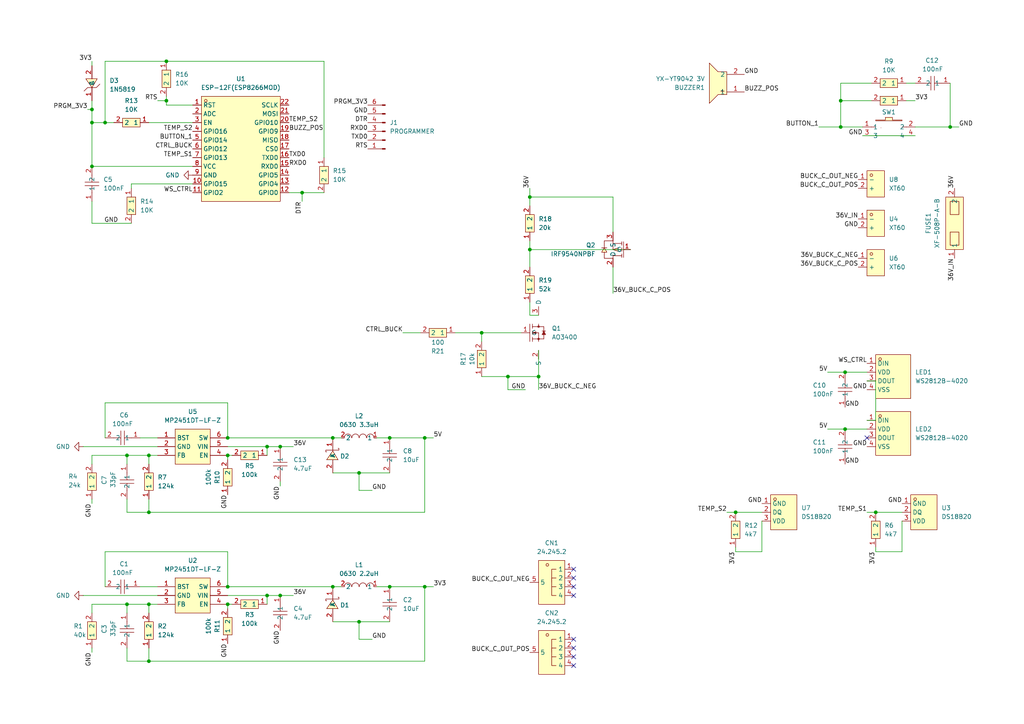
<source format=kicad_sch>
(kicad_sch (version 20231120) (generator "eeschema") (generator_version "8.0")
  (paper "A4")
  (lib_symbols
    (symbol "Connector:Conn_01x06_Pin" (pin_names (offset 1.016) hide)
      (property "Reference" "J" (at 0 7.62 0))
      (property "Value" "Conn_01x06_Pin" (at 0 -10.16 0))
      (symbol "Conn_01x06_Pin_1_1"
        (polyline (pts (xy 1.27 -7.62) (xy 0.8636 -7.62)) (stroke (width 0.1524)))
        (polyline (pts (xy 1.27 -5.08) (xy 0.8636 -5.08)) (stroke (width 0.1524)))
        (polyline (pts (xy 1.27 -2.54) (xy 0.8636 -2.54)) (stroke (width 0.1524)))
        (polyline (pts (xy 1.27 0) (xy 0.8636 0)) (stroke (width 0.1524)))
        (polyline (pts (xy 1.27 2.54) (xy 0.8636 2.54)) (stroke (width 0.1524)))
        (polyline (pts (xy 1.27 5.08) (xy 0.8636 5.08)) (stroke (width 0.1524)))
        (rectangle (start 0.8636 -7.493) (end 0 -7.747) (stroke (width 0.1524)) (fill (type outline)))
        (rectangle (start 0.8636 -4.953) (end 0 -5.207) (stroke (width 0.1524)) (fill (type outline)))
        (rectangle (start 0.8636 -2.413) (end 0 -2.667) (stroke (width 0.1524)) (fill (type outline)))
        (rectangle (start 0.8636 0.127) (end 0 -0.127) (stroke (width 0.1524)) (fill (type outline)))
        (rectangle (start 0.8636 2.667) (end 0 2.413) (stroke (width 0.1524)) (fill (type outline)))
        (rectangle (start 0.8636 5.207) (end 0 4.953) (stroke (width 0.1524)) (fill (type outline)))
        (pin passive line (at 5.08 5.08 180) (length 3.81) (name "Pin_1") (number "1"))
        (pin passive line (at 5.08 2.54 180) (length 3.81) (name "Pin_2") (number "2"))
        (pin passive line (at 5.08 0 180) (length 3.81) (name "Pin_3") (number "3"))
        (pin passive line (at 5.08 -2.54 180) (length 3.81) (name "Pin_4") (number "4"))
        (pin passive line (at 5.08 -5.08 180) (length 3.81) (name "Pin_5") (number "5"))
        (pin passive line (at 5.08 -7.62 180) (length 3.81) (name "Pin_6") (number "6"))
      )
    )
    (symbol "easyeda2kicad:0630CDMCDDS-3R3MC"
      (property "Reference" "L" (at 0 5.08 0))
      (property "Value" "0630CDMCDDS-3R3MC" (at 0 -5.08 0))
      (symbol "0630CDMCDDS-3R3MC_0_1"
        (arc (start -4.29 -0.02) (mid -2.81 -1.01) (end -2.27 -0.02))
        (arc (start -2.13 -0.02) (mid -0.66 -1.01) (end -0.11 -0.02))
        (arc (start 0.02 -0.02) (mid 1.49 -1.01) (end 2.04 -0.02))
        (arc (start 2.21 -0.02) (mid 3.68 -1.01) (end 4.23 -0.02))
        (pin unspecified line (at -5.08 0 0) (length 0.762) (name "1") (number "1"))
        (pin unspecified line (at 5.08 0 180) (length 0.762) (name "2") (number "2"))
      )
    )
    (symbol "easyeda2kicad:1206B106K160"
      (property "Reference" "C" (at 0 5.08 0))
      (property "Value" "1206B106K160" (at 0 -5.08 0))
      (symbol "1206B106K160_0_1"
        (polyline (pts (xy -2.54 0) (xy -0.51 0)))
        (polyline (pts (xy -0.51 -2.03) (xy -0.51 2.03)))
        (polyline (pts (xy 0.51 0) (xy 2.54 0)))
        (polyline (pts (xy 0.51 2.03) (xy 0.51 -2.03)))
        (pin unspecified line (at 5.08 0 180) (length 2.54) (name "1") (number "1"))
        (pin unspecified line (at -5.08 0 0) (length 2.54) (name "2") (number "2"))
      )
    )
    (symbol "easyeda2kicad:1N5819W_C402219"
      (property "Reference" "D" (at 0 5.08 0))
      (property "Value" "1N5819W_C402219" (at 0 -5.08 0))
      (symbol "1N5819W_C402219_0_1"
        (polyline (pts (xy -2.29 2.29) (xy -1.27 1.27) (xy -1.27 -1.27) (xy -0.25 -2.29)))
        (polyline (pts (xy 1.27 -1.52) (xy -1.27 0) (xy 1.27 1.78) (xy 1.27 -1.52)) (fill (type background)))
        (pin unspecified line (at -5.08 0 0) (length 3.81) (name "C") (number "1"))
        (pin unspecified line (at 5.08 0 180) (length 3.81) (name "A") (number "2"))
      )
    )
    (symbol "easyeda2kicad:24.245.2"
      (property "Reference" "CN" (at 0 8.89 0))
      (property "Value" "24.245.2" (at 0 -8.89 0))
      (symbol "24.245.2_0_1"
        (rectangle (start -3.81 6.35) (end 3.81 -6.35) (fill (type background)))
        (circle (center -1.27 5.08) (radius 0.38))
        (polyline (pts (xy 1.27 -1.27) (xy 0 -1.27)))
        (polyline (pts (xy 1.27 1.27) (xy 0 1.27) (xy 0 0)))
        (polyline (pts (xy 1.27 3.81) (xy 0 3.81) (xy 0 -3.81) (xy 1.27 -3.81) (xy 0 -3.81)))
        (pin unspecified line (at 6.35 3.81 180) (length 2.54) (name "1") (number "1"))
        (pin unspecified line (at 6.35 1.27 180) (length 2.54) (name "2") (number "2"))
        (pin unspecified line (at 6.35 -1.27 180) (length 2.54) (name "3") (number "3"))
        (pin unspecified line (at 6.35 -3.81 180) (length 2.54) (name "4") (number "4"))
        (pin unspecified line (at -6.35 0 0) (length 2.54) (name "5") (number "5"))
      )
    )
    (symbol "easyeda2kicad:2512±5%100Ω"
      (property "Reference" "R" (at 0 5.08 0))
      (property "Value" "2512 ±5% 100Ω" (at 0 -5.08 0))
      (symbol "2512±5%100Ω_0_1"
        (rectangle (start -2.54 1.27) (end 2.54 -1.27) (fill (type background)))
        (pin unspecified line (at -5.08 0 0) (length 2.54) (name "1") (number "1"))
        (pin unspecified line (at 5.08 0 180) (length 2.54) (name "2") (number "2"))
      )
    )
    (symbol "easyeda2kicad:AO3400_C181090"
      (property "Reference" "Q" (at 0 10.16 0))
      (property "Value" "AO3400_C181090" (at 0 -10.16 0))
      (symbol "AO3400_C181090_0_1"
        (polyline (pts (xy 0 2.54) (xy 0 -2.54)))
        (polyline (pts (xy 0.76 -2.54) (xy 0.76 -1.78)))
        (polyline (pts (xy 0.76 -1.78) (xy 0.76 -1.27)))
        (polyline (pts (xy 0.76 -1.78) (xy 2.54 -1.78)))
        (polyline (pts (xy 0.76 0) (xy 0.76 -0.51)))
        (polyline (pts (xy 0.76 0) (xy 1.78 -0.25)))
        (polyline (pts (xy 0.76 0) (xy 1.78 0.25)))
        (polyline (pts (xy 0.76 0.51) (xy 0.76 0)))
        (polyline (pts (xy 0.76 1.78) (xy 0.76 1.27)))
        (polyline (pts (xy 0.76 2.54) (xy 0.76 1.78)))
        (polyline (pts (xy 1.02 0) (xy 0.76 0)))
        (polyline (pts (xy 1.02 0) (xy 1.78 -0.25)))
        (polyline (pts (xy 1.02 0) (xy 2.54 0)))
        (polyline (pts (xy 1.78 -0.25) (xy 1.27 0)))
        (polyline (pts (xy 1.78 -0.25) (xy 1.78 0.25)))
        (polyline (pts (xy 1.78 0.25) (xy 1.02 0)))
        (polyline (pts (xy 2.54 -1.78) (xy 2.54 -2.54)))
        (polyline (pts (xy 2.54 0) (xy 2.54 -1.78)))
        (polyline (pts (xy 2.54 2.54) (xy 2.54 1.78)))
        (polyline (pts (xy 3.56 -0.51) (xy 4.06 0.51)))
        (polyline (pts (xy 3.81 -0.51) (xy 3.56 -0.51)))
        (polyline (pts (xy 4.06 -1.78) (xy 2.54 -1.78)))
        (polyline (pts (xy 4.06 -0.25) (xy 4.06 -1.78)))
        (polyline (pts (xy 4.06 0) (xy 3.81 -0.51)))
        (polyline (pts (xy 4.06 0) (xy 3.81 -0.25)))
        (polyline (pts (xy 4.06 0) (xy 4.06 0.51)))
        (polyline (pts (xy 4.06 0.51) (xy 3.56 0.51)))
        (polyline (pts (xy 4.06 0.51) (xy 4.57 -0.51)))
        (polyline (pts (xy 4.06 1.78) (xy 4.06 0)))
        (polyline (pts (xy 4.32 -0.51) (xy 3.81 -0.51)))
        (polyline (pts (xy 4.32 -0.51) (xy 4.06 0)))
        (polyline (pts (xy 4.32 -0.25) (xy 4.06 0)))
        (polyline (pts (xy 4.57 -0.51) (xy 4.32 -0.51)))
        (polyline (pts (xy 4.57 0.51) (xy 4.06 0.51)))
        (polyline (pts (xy 0.76 1.78) (xy 4.06 1.78) (xy 4.06 1.78)))
        (circle (center 2.54 -1.78) (radius 0.25))
        (circle (center 2.54 1.78) (radius 0.25))
        (pin unspecified line (at -2.54 0 0) (length 2.54) (name "G") (number "1"))
        (pin unspecified line (at 2.54 -5.08 270) (length 2.54) (name "S") (number "2"))
        (pin unspecified line (at 2.54 5.08 90) (length 2.54) (name "D") (number "3"))
      )
    )
    (symbol "easyeda2kicad:Button-6x6x9-Right-Angle"
      (property "Reference" "SW" (at 0 5.08 0))
      (property "Value" "Button-6x6x9-Right-Angle" (at 0 -7.62 0))
      (symbol "Button-6x6x9-Right-Angle_0_1"
        (arc (start -2.29 -0.25) (mid -2.29 -0.18) (end -2.29 -0.25))
        (polyline (pts (xy -5.08 -2.54) (xy 5.08 -2.54)))
        (polyline (pts (xy -5.08 0) (xy -3.81 0)))
        (polyline (pts (xy 5.08 0) (xy 3.81 0)))
        (polyline (pts (xy -3.81 2.03) (xy -3.81 1.78) (xy 3.81 1.78) (xy 3.81 2.03) (xy 1.02 2.03) (xy 1.02 2.79) (xy -1.02 2.79) (xy -1.02 2.03) (xy -3.81 2.03)) (fill (type background)))
        (arc (start 3.81 -0.25) (mid 3.81 -0.18) (end 3.81 -0.25))
        (pin input line (at -7.62 0 0) (length 2.54) (name "1") (number "1"))
        (pin input line (at 7.62 0 180) (length 2.54) (name "2") (number "2"))
        (pin input line (at -7.62 -2.54 0) (length 2.54) (name "3") (number "3"))
        (pin input line (at 7.62 -2.54 180) (length 2.54) (name "4") (number "4"))
      )
    )
    (symbol "easyeda2kicad:CC0805CRNPO9BNR47"
      (property "Reference" "C" (at 0 5.08 0))
      (property "Value" "CC0805CRNPO9BNR47" (at 0 -5.08 0))
      (symbol "CC0805CRNPO9BNR47_0_1"
        (polyline (pts (xy -0.51 -2.03) (xy -0.51 2.03)))
        (polyline (pts (xy -0.51 0) (xy -2.54 0)))
        (polyline (pts (xy 0.51 2.03) (xy 0.51 -2.03)))
        (polyline (pts (xy 2.54 0) (xy 0.51 0)))
        (pin unspecified line (at -5.08 0 0) (length 2.54) (name "1") (number "1"))
        (pin unspecified line (at 5.08 0 180) (length 2.54) (name "2") (number "2"))
      )
    )
    (symbol "easyeda2kicad:DS18B20"
      (property "Reference" "U" (at 0 7.62 0))
      (property "Value" "DS18B20" (at 0 -7.62 0))
      (symbol "DS18B20_0_1"
        (rectangle (start -3.81 5.08) (end 3.81 -5.08) (fill (type background)))
        (circle (center -2.54 3.81) (radius 0.38))
        (pin unspecified line (at -6.35 2.54 0) (length 2.54) (name "GND") (number "1"))
        (pin unspecified line (at -6.35 0 0) (length 2.54) (name "DQ") (number "2"))
        (pin unspecified line (at -6.35 -2.54 0) (length 2.54) (name "VDD") (number "3"))
      )
    )
    (symbol "easyeda2kicad:ESP-12F(ESP8266MOD)"
      (property "Reference" "U" (at 0 17.78 0))
      (property "Value" "ESP-12F(ESP8266MOD)" (at 0 -17.78 0))
      (symbol "ESP-12F(ESP8266MOD)_0_1"
        (rectangle (start -11.43 15.24) (end 11.43 -15.24) (fill (type background)))
        (circle (center -10.16 13.97) (radius 0.38))
        (pin unspecified line (at -13.97 12.7 0) (length 2.54) (name "RST") (number "1"))
        (pin unspecified line (at -13.97 -10.16 0) (length 2.54) (name "GPIO15") (number "10"))
        (pin unspecified line (at -13.97 -12.7 0) (length 2.54) (name "GPIO2") (number "11"))
        (pin unspecified line (at 13.97 -12.7 180) (length 2.54) (name "GPIO0") (number "12"))
        (pin unspecified line (at 13.97 -10.16 180) (length 2.54) (name "GPIO4") (number "13"))
        (pin unspecified line (at 13.97 -7.62 180) (length 2.54) (name "GPIO5") (number "14"))
        (pin unspecified line (at 13.97 -5.08 180) (length 2.54) (name "RXD0") (number "15"))
        (pin unspecified line (at 13.97 -2.54 180) (length 2.54) (name "TXD0") (number "16"))
        (pin unspecified line (at 13.97 0 180) (length 2.54) (name "CS0") (number "17"))
        (pin unspecified line (at 13.97 2.54 180) (length 2.54) (name "MISO") (number "18"))
        (pin unspecified line (at 13.97 5.08 180) (length 2.54) (name "GPIO9") (number "19"))
        (pin unspecified line (at -13.97 10.16 0) (length 2.54) (name "ADC") (number "2"))
        (pin unspecified line (at 13.97 7.62 180) (length 2.54) (name "GPIO10") (number "20"))
        (pin unspecified line (at 13.97 10.16 180) (length 2.54) (name "MOSI") (number "21"))
        (pin unspecified line (at 13.97 12.7 180) (length 2.54) (name "SCLK") (number "22"))
        (pin unspecified line (at -13.97 7.62 0) (length 2.54) (name "EN") (number "3"))
        (pin unspecified line (at -13.97 5.08 0) (length 2.54) (name "GPIO16") (number "4"))
        (pin unspecified line (at -13.97 2.54 0) (length 2.54) (name "GPIO14") (number "5"))
        (pin unspecified line (at -13.97 0 0) (length 2.54) (name "GPIO12") (number "6"))
        (pin unspecified line (at -13.97 -2.54 0) (length 2.54) (name "GPIO13") (number "7"))
        (pin unspecified line (at -13.97 -5.08 0) (length 2.54) (name "VCC") (number "8"))
        (pin unspecified line (at -13.97 -7.62 0) (length 2.54) (name "GND") (number "9"))
      )
    )
    (symbol "easyeda2kicad:IRF9540NPBF"
      (property "Reference" "Q" (at 0 10.16 0))
      (property "Value" "IRF9540NPBF" (at 0 -10.16 0))
      (symbol "IRF9540NPBF_0_1"
        (polyline (pts (xy -1.78 2.29) (xy -1.78 -2.29)))
        (polyline (pts (xy -1.27 -2.29) (xy -1.27 -1.27)))
        (polyline (pts (xy -1.27 -0.51) (xy -1.27 0.51)))
        (polyline (pts (xy -1.27 1.27) (xy -1.27 2.29)))
        (polyline (pts (xy 1.27 -1.78) (xy -1.27 -1.78)))
        (polyline (pts (xy 1.27 1.78) (xy -1.27 1.78)))
        (polyline (pts (xy -1.27 0) (xy 1.27 0) (xy 1.27 -2.54)))
        (polyline (pts (xy 1.27 -2.54) (xy 3.81 -2.54) (xy 3.81 -0.51)))
        (polyline (pts (xy 1.27 0) (xy -0.25 0.51) (xy -0.25 -0.51) (xy 1.27 0)) (fill (type background)))
        (polyline (pts (xy 1.27 1.78) (xy 1.27 2.54) (xy 3.81 2.54) (xy 3.81 0.76)))
        (polyline (pts (xy 3.81 -0.51) (xy 4.57 0.76) (xy 3.05 0.76) (xy 3.81 -0.51)) (fill (type background)))
        (polyline (pts (xy 4.57 -0.51) (xy 4.32 -0.51) (xy 3.3 -0.51) (xy 3.05 -0.51)))
        (pin unspecified line (at -3.81 0 0) (length 2.032) (name "G") (number "1"))
        (pin unspecified line (at 1.27 5.08 270) (length 2.54) (name "D") (number "2"))
        (pin unspecified line (at 1.27 -5.08 90) (length 2.54) (name "S") (number "3"))
      )
    )
    (symbol "easyeda2kicad:MP2451DT-LF-Z"
      (property "Reference" "U" (at 0 7.62 0))
      (property "Value" "MP2451DT-LF-Z" (at 0 -7.62 0))
      (symbol "MP2451DT-LF-Z_0_1"
        (rectangle (start -5.08 5.08) (end 5.08 -5.08) (fill (type background)))
        (pin unspecified line (at -10.16 2.54 0) (length 5.08) (name "BST") (number "1"))
        (pin unspecified line (at -10.16 0 0) (length 5.08) (name "GND") (number "2"))
        (pin unspecified line (at -10.16 -2.54 0) (length 5.08) (name "FB") (number "3"))
        (pin unspecified line (at 10.16 -2.54 180) (length 5.08) (name "EN") (number "4"))
        (pin unspecified line (at 10.16 0 180) (length 5.08) (name "VIN") (number "5"))
        (pin unspecified line (at 10.16 2.54 180) (length 5.08) (name "SW") (number "6"))
      )
    )
    (symbol "easyeda2kicad:SS24_C908678"
      (property "Reference" "D" (at 0 5.08 0))
      (property "Value" "SS24_C908678" (at 0 -5.08 0))
      (symbol "SS24_C908678_0_1"
        (polyline (pts (xy 1.27 1.52) (xy -1.27 0) (xy 1.27 -1.78) (xy 1.27 1.52)) (fill (type background)))
        (polyline (pts (xy -2.03 1.52) (xy -2.03 1.78) (xy -1.52 1.78) (xy -1.52 -2.03) (xy -1.02 -2.03) (xy -1.02 -1.78)))
        (pin unspecified line (at -5.08 0 0) (length 3.81) (name "K") (number "1"))
        (pin unspecified line (at 5.08 0 180) (length 3.81) (name "A") (number "2"))
      )
    )
    (symbol "easyeda2kicad:TCC0603X7R104K500CT"
      (property "Reference" "C" (at 0 10.16 0))
      (property "Value" "TCC0603X7R104K500CT" (at 0 -10.16 0))
      (symbol "TCC0603X7R104K500CT_0_1"
        (polyline (pts (xy -2.03 0.51) (xy 2.03 0.51)))
        (polyline (pts (xy 0 -0.51) (xy 0 -2.54)))
        (polyline (pts (xy 0 2.54) (xy 0 0.51)))
        (polyline (pts (xy 2.03 -0.51) (xy -2.03 -0.51)))
        (pin unspecified line (at 0 -5.08 90) (length 2.54) (name "1") (number "1"))
        (pin unspecified line (at 0 5.08 270) (length 2.54) (name "2") (number "2"))
      )
    )
    (symbol "easyeda2kicad:WR06X102JGL"
      (property "Reference" "R" (at 0 5.08 0))
      (property "Value" "WR06X102JGL" (at 0 -5.08 0))
      (symbol "WR06X102JGL_0_1"
        (rectangle (start -2.54 1.27) (end 2.54 -1.27) (fill (type background)))
        (pin unspecified line (at -5.08 0 0) (length 2.54) (name "1") (number "1"))
        (pin unspecified line (at 5.08 0 180) (length 2.54) (name "2") (number "2"))
      )
    )
    (symbol "easyeda2kicad:WS2812B-4020"
      (property "Reference" "LED" (at 0 8.89 0))
      (property "Value" "WS2812B-4020" (at 0 -8.89 0))
      (symbol "WS2812B-4020_0_1"
        (rectangle (start -5.08 6.35) (end 5.08 -6.35) (fill (type background)))
        (circle (center -3.81 5.08) (radius 0.38))
        (pin unspecified line (at -7.62 3.81 0) (length 2.54) (name "DIN") (number "1"))
        (pin unspecified line (at -7.62 1.27 0) (length 2.54) (name "VDD") (number "2"))
        (pin unspecified line (at -7.62 -1.27 0) (length 2.54) (name "DOUT") (number "3"))
        (pin unspecified line (at -7.62 -3.81 0) (length 2.54) (name "VSS") (number "4"))
      )
    )
    (symbol "easyeda2kicad:XF-508P-A-B"
      (property "Reference" "FUSE" (at 0 5.08 0))
      (property "Value" "XF-508P-A-B" (at 0 -5.08 0))
      (symbol "XF-508P-A-B_0_1"
        (rectangle (start -7.62 2.54) (end 7.62 -2.54) (fill (type background)))
        (rectangle (start -6.35 1.27) (end -2.54 -1.27) (fill (type background)))
        (rectangle (start 2.54 1.27) (end 6.35 -1.27) (fill (type background)))
        (pin unspecified line (at -10.16 0 0) (length 2.54) (name "1") (number "1"))
        (pin unspecified line (at 10.16 0 180) (length 2.54) (name "2") (number "2"))
      )
    )
    (symbol "easyeda2kicad:XT60"
      (property "Reference" "U" (at 0 6.35 0))
      (property "Value" "XT60" (at 0 -6.35 0))
      (symbol "XT60_0_1"
        (rectangle (start -2.54 3.81) (end 2.54 -3.81) (fill (type background)))
        (circle (center -1.27 2.54) (radius 0.38))
        (pin unspecified line (at -5.08 1.27 0) (length 2.54) (name "-") (number "1"))
        (pin unspecified line (at -5.08 -1.27 0) (length 2.54) (name "+") (number "2"))
      )
    )
    (symbol "easyeda2kicad:YX-YT90423V"
      (property "Reference" "BUZZER" (at 0 7.62 0))
      (property "Value" "YX-YT9042 3V" (at 0 -7.62 0))
      (symbol "YX-YT90423V_0_1"
        (polyline (pts (xy -1.78 2.29) (xy -0.76 2.29)))
        (polyline (pts (xy -1.27 2.79) (xy -1.27 1.78)))
        (polyline (pts (xy -2.54 1.78) (xy -2.54 -3.3) (xy 0 -3.3) (xy 2.54 -5.84) (xy 2.54 5.84) (xy 0 3.3) (xy -2.54 3.3) (xy -2.54 1.78)) (fill (type background)))
        (pin unspecified line (at -7.62 2.54 0) (length 5.08) (name "1") (number "1"))
        (pin unspecified line (at -7.62 -2.54 0) (length 5.08) (name "2") (number "2"))
      )
    )
    (symbol "power:GND" (power) (pin_numbers hide) (pin_names (offset 0) hide)
      (property "Value" "GND" (at 0 -3.81 0))
      (symbol "GND_0_1"
        (polyline (pts (xy 0 0) (xy 0 -1.27) (xy 1.27 -1.27) (xy 0 -2.54) (xy -1.27 -1.27) (xy 0 -1.27)))
      )
      (symbol "GND_1_1"
        (pin power_in line (at 0 0 270) (length 0) (name "~") (number "1"))
      )
    )
  )
  (junction (at 243.84 36.83))
  (junction (at 96.52 170.18))
  (junction (at 43.18 148.59))
  (junction (at 147.32 109.22))
  (junction (at 43.18 191.77))
  (junction (at 66.04 175.26))
  (junction (at 153.67 72.39))
  (junction (at 26.67 48.26))
  (junction (at 77.47 172.72))
  (junction (at 245.11 124.46))
  (junction (at 43.18 132.08))
  (junction (at 48.26 29.21))
  (junction (at 139.7 96.52))
  (junction (at 104.14 180.34))
  (junction (at 113.03 127))
  (junction (at 104.14 137.16))
  (junction (at 30.48 35.56))
  (junction (at 213.36 148.59))
  (junction (at 66.04 127))
  (junction (at 36.83 132.08))
  (junction (at 81.28 172.72))
  (junction (at 66.04 170.18))
  (junction (at 96.52 127))
  (junction (at 156.21 109.22))
  (junction (at 153.67 57.15))
  (junction (at 48.26 17.78))
  (junction (at 43.18 175.26))
  (junction (at 245.11 107.95))
  (junction (at 87.63 55.88))
  (junction (at 77.47 129.54))
  (junction (at 123.19 170.18))
  (junction (at 243.84 29.21))
  (junction (at 66.04 132.08))
  (junction (at 26.67 31.75))
  (junction (at 36.83 175.26))
  (junction (at 254 148.59))
  (junction (at 26.67 35.56))
  (junction (at 275.59 36.83))
  (junction (at 123.19 127))
  (junction (at 81.28 129.54))
  (junction (at 113.03 170.18))
  (no_connect (at 166.37 170.18))
  (no_connect (at 166.37 172.72))
  (no_connect (at 166.37 165.1))
  (no_connect (at 166.37 187.96))
  (no_connect (at 166.37 167.64))
  (no_connect (at 166.37 193.04))
  (no_connect (at 166.37 190.5))
  (no_connect (at 166.37 185.42))
  (no_connect (at 251.46 127))
  (wire (pts (xy 156.21 91.44) (xy 153.67 91.44)))
  (wire (pts (xy 156.21 109.22) (xy 156.21 113.03)))
  (wire (pts (xy 26.67 35.56) (xy 26.67 48.26)))
  (wire (pts (xy 243.84 29.21) (xy 243.84 36.83)))
  (wire (pts (xy 38.1 53.34) (xy 38.1 54.61)))
  (wire (pts (xy 109.22 170.18) (xy 113.03 170.18)))
  (wire (pts (xy 153.67 57.15) (xy 177.8 57.15)))
  (wire (pts (xy 213.36 160.02) (xy 213.36 158.75)))
  (wire (pts (xy 275.59 36.83) (xy 278.13 36.83)))
  (wire (pts (xy 45.72 175.26) (xy 43.18 175.26)))
  (wire (pts (xy 45.72 129.54) (xy 24.13 129.54)))
  (wire (pts (xy 220.98 160.02) (xy 220.98 151.13)))
  (wire (pts (xy 43.18 132.08) (xy 43.18 134.62)))
  (wire (pts (xy 245.11 107.95) (xy 251.46 107.95)))
  (wire (pts (xy 26.67 64.77) (xy 26.67 58.42)))
  (wire (pts (xy 43.18 191.77) (xy 36.83 191.77)))
  (wire (pts (xy 43.18 175.26) (xy 43.18 177.8)))
  (wire (pts (xy 123.19 170.18) (xy 123.19 191.77)))
  (wire (pts (xy 251.46 110.49) (xy 254 110.49)))
  (wire (pts (xy 26.67 31.75) (xy 26.67 35.56)))
  (wire (pts (xy 254 160.02) (xy 254 158.75)))
  (wire (pts (xy 261.62 160.02) (xy 261.62 151.13)))
  (wire (pts (xy 139.7 96.52) (xy 139.7 99.06)))
  (wire (pts (xy 36.83 132.08) (xy 36.83 134.62)))
  (wire (pts (xy 30.48 35.56) (xy 33.02 35.56)))
  (wire (pts (xy 237.49 36.83) (xy 243.84 36.83)))
  (wire (pts (xy 77.47 129.54) (xy 77.47 132.08)))
  (wire (pts (xy 66.04 127) (xy 96.52 127)))
  (wire (pts (xy 132.08 96.52) (xy 139.7 96.52)))
  (wire (pts (xy 116.84 96.52) (xy 121.92 96.52)))
  (wire (pts (xy 109.22 127) (xy 113.03 127)))
  (wire (pts (xy 25.4 31.75) (xy 26.67 31.75)))
  (wire (pts (xy 36.83 187.96) (xy 36.83 191.77)))
  (wire (pts (xy 265.43 36.83) (xy 275.59 36.83)))
  (wire (pts (xy 43.18 148.59) (xy 123.19 148.59)))
  (wire (pts (xy 104.14 185.42) (xy 104.14 180.34)))
  (wire (pts (xy 262.89 29.21) (xy 265.43 29.21)))
  (wire (pts (xy 45.72 132.08) (xy 43.18 132.08)))
  (wire (pts (xy 43.18 35.56) (xy 55.88 35.56)))
  (wire (pts (xy 254 121.92) (xy 251.46 121.92)))
  (wire (pts (xy 254 110.49) (xy 254 121.92)))
  (wire (pts (xy 275.59 24.13) (xy 275.59 36.83)))
  (wire (pts (xy 30.48 127) (xy 30.48 116.84)))
  (wire (pts (xy 36.83 175.26) (xy 36.83 177.8)))
  (wire (pts (xy 66.04 175.26) (xy 66.04 176.53)))
  (wire (pts (xy 77.47 129.54) (xy 81.28 129.54)))
  (wire (pts (xy 81.28 140.97) (xy 81.28 139.7)))
  (wire (pts (xy 243.84 24.13) (xy 243.84 29.21)))
  (wire (pts (xy 83.82 55.88) (xy 87.63 55.88)))
  (wire (pts (xy 66.04 116.84) (xy 66.04 127)))
  (wire (pts (xy 96.52 180.34) (xy 104.14 180.34)))
  (wire (pts (xy 113.03 170.18) (xy 123.19 170.18)))
  (wire (pts (xy 153.67 57.15) (xy 153.67 59.69)))
  (wire (pts (xy 213.36 160.02) (xy 220.98 160.02)))
  (wire (pts (xy 254 148.59) (xy 261.62 148.59)))
  (wire (pts (xy 87.63 55.88) (xy 93.98 55.88)))
  (wire (pts (xy 123.19 127) (xy 125.73 127)))
  (wire (pts (xy 40.64 170.18) (xy 45.72 170.18)))
  (wire (pts (xy 38.1 53.34) (xy 55.88 53.34)))
  (wire (pts (xy 147.32 109.22) (xy 147.32 113.03)))
  (wire (pts (xy 30.48 17.78) (xy 48.26 17.78)))
  (wire (pts (xy 26.67 175.26) (xy 36.83 175.26)))
  (wire (pts (xy 81.28 129.54) (xy 85.09 129.54)))
  (wire (pts (xy 30.48 170.18) (xy 30.48 160.02)))
  (wire (pts (xy 43.18 187.96) (xy 43.18 191.77)))
  (wire (pts (xy 243.84 36.83) (xy 250.19 36.83)))
  (wire (pts (xy 104.14 142.24) (xy 107.95 142.24)))
  (wire (pts (xy 147.32 109.22) (xy 156.21 109.22)))
  (wire (pts (xy 48.26 30.48) (xy 55.88 30.48)))
  (wire (pts (xy 104.14 180.34) (xy 113.03 180.34)))
  (wire (pts (xy 77.47 172.72) (xy 81.28 172.72)))
  (wire (pts (xy 240.03 107.95) (xy 245.11 107.95)))
  (wire (pts (xy 30.48 160.02) (xy 66.04 160.02)))
  (wire (pts (xy 152.4 113.03) (xy 147.32 113.03)))
  (wire (pts (xy 87.63 58.42) (xy 87.63 55.88)))
  (wire (pts (xy 177.8 57.15) (xy 177.8 67.31)))
  (wire (pts (xy 245.11 124.46) (xy 251.46 124.46)))
  (wire (pts (xy 252.73 24.13) (xy 243.84 24.13)))
  (wire (pts (xy 250.19 39.37) (xy 265.43 39.37)))
  (wire (pts (xy 43.18 175.26) (xy 36.83 175.26)))
  (wire (pts (xy 66.04 132.08) (xy 66.04 133.35)))
  (wire (pts (xy 26.67 132.08) (xy 36.83 132.08)))
  (wire (pts (xy 45.72 29.21) (xy 48.26 29.21)))
  (wire (pts (xy 48.26 29.21) (xy 48.26 30.48)))
  (wire (pts (xy 66.04 172.72) (xy 77.47 172.72)))
  (wire (pts (xy 67.31 175.26) (xy 66.04 175.26)))
  (wire (pts (xy 26.67 64.77) (xy 38.1 64.77)))
  (wire (pts (xy 26.67 177.8) (xy 26.67 175.26)))
  (wire (pts (xy 66.04 129.54) (xy 77.47 129.54)))
  (wire (pts (xy 43.18 148.59) (xy 36.83 148.59)))
  (wire (pts (xy 153.67 54.61) (xy 153.67 57.15)))
  (wire (pts (xy 81.28 172.72) (xy 85.09 172.72)))
  (wire (pts (xy 45.72 172.72) (xy 24.13 172.72)))
  (wire (pts (xy 139.7 96.52) (xy 151.13 96.52)))
  (wire (pts (xy 77.47 172.72) (xy 77.47 175.26)))
  (wire (pts (xy 43.18 144.78) (xy 43.18 148.59)))
  (wire (pts (xy 26.67 35.56) (xy 30.48 35.56)))
  (wire (pts (xy 123.19 127) (xy 123.19 148.59)))
  (wire (pts (xy 96.52 170.18) (xy 99.06 170.18)))
  (wire (pts (xy 104.14 185.42) (xy 107.95 185.42)))
  (wire (pts (xy 30.48 17.78) (xy 30.48 35.56)))
  (wire (pts (xy 26.67 17.78) (xy 26.67 19.05)))
  (wire (pts (xy 26.67 134.62) (xy 26.67 132.08)))
  (wire (pts (xy 113.03 127) (xy 123.19 127)))
  (wire (pts (xy 66.04 160.02) (xy 66.04 170.18)))
  (wire (pts (xy 40.64 127) (xy 45.72 127)))
  (wire (pts (xy 153.67 91.44) (xy 153.67 87.63)))
  (wire (pts (xy 96.52 137.16) (xy 104.14 137.16)))
  (wire (pts (xy 26.67 189.23) (xy 26.67 187.96)))
  (wire (pts (xy 48.26 17.78) (xy 93.98 17.78)))
  (wire (pts (xy 104.14 142.24) (xy 104.14 137.16)))
  (wire (pts (xy 156.21 101.6) (xy 156.21 109.22)))
  (wire (pts (xy 213.36 148.59) (xy 220.98 148.59)))
  (wire (pts (xy 66.04 170.18) (xy 96.52 170.18)))
  (wire (pts (xy 123.19 170.18) (xy 125.73 170.18)))
  (wire (pts (xy 240.03 124.46) (xy 245.11 124.46)))
  (wire (pts (xy 36.83 144.78) (xy 36.83 148.59)))
  (wire (pts (xy 93.98 17.78) (xy 93.98 45.72)))
  (wire (pts (xy 96.52 127) (xy 99.06 127)))
  (wire (pts (xy 26.67 48.26) (xy 55.88 48.26)))
  (wire (pts (xy 251.46 148.59) (xy 254 148.59)))
  (wire (pts (xy 26.67 146.05) (xy 26.67 144.78)))
  (wire (pts (xy 43.18 132.08) (xy 36.83 132.08)))
  (wire (pts (xy 153.67 77.47) (xy 153.67 72.39)))
  (wire (pts (xy 139.7 109.22) (xy 147.32 109.22)))
  (wire (pts (xy 254 160.02) (xy 261.62 160.02)))
  (wire (pts (xy 177.8 85.09) (xy 177.8 77.47)))
  (wire (pts (xy 48.26 29.21) (xy 48.26 27.94)))
  (wire (pts (xy 104.14 137.16) (xy 113.03 137.16)))
  (wire (pts (xy 243.84 29.21) (xy 252.73 29.21)))
  (wire (pts (xy 26.67 29.21) (xy 26.67 31.75)))
  (wire (pts (xy 67.31 132.08) (xy 66.04 132.08)))
  (wire (pts (xy 210.82 148.59) (xy 213.36 148.59)))
  (wire (pts (xy 43.18 191.77) (xy 123.19 191.77)))
  (wire (pts (xy 153.67 69.85) (xy 153.67 72.39)))
  (wire (pts (xy 153.67 72.39) (xy 182.88 72.39)))
  (wire (pts (xy 30.48 116.84) (xy 66.04 116.84)))
  (wire (pts (xy 262.89 24.13) (xy 265.43 24.13)))
  (label "36V_BUCK_C_NEG" (at 156.21 113.03 0))
  (label "36V_BUCK_C_NEG" (at 248.92 74.93 180))
  (label "3V3" (at 125.73 170.18 0))
  (label "DTR" (at 87.63 58.42 270))
  (label "BUCK_C_OUT_NEG" (at 153.67 168.91 180))
  (label "WS_CTRL" (at 251.46 105.41 180))
  (label "TEMP_S2" (at 83.82 35.56 0))
  (label "BUTTON_1" (at 55.88 40.64 180))
  (label "GND" (at 215.9 21.59 0))
  (label "RXD0" (at 83.82 48.26 0))
  (label "BUCK_C_OUT_POS" (at 153.67 189.23 180))
  (label "GND" (at 251.46 129.54 180))
  (label "CTRL_BUCK" (at 55.88 43.18 180))
  (label "BUCK_C_OUT_NEG" (at 248.92 52.07 180))
  (label "RTS" (at 106.68 43.18 180))
  (label "RTS" (at 45.72 29.21 180))
  (label "3V3" (at 26.67 17.78 180))
  (label "GND" (at 81.28 140.97 270))
  (label "TXD0" (at 83.82 45.72 0))
  (label "GND" (at 248.92 66.04 180))
  (label "TXD0" (at 106.68 40.64 180))
  (label "3V3" (at 213.36 160.02 270))
  (label "BUCK_C_OUT_POS" (at 248.92 54.61 180))
  (label "36V" (at 85.09 172.72 0))
  (label "GND" (at 106.68 33.02 180))
  (label "TEMP_S1" (at 55.88 45.72 180))
  (label "5V" (at 240.03 124.46 180))
  (label "5V" (at 240.03 107.95 180))
  (label "GND" (at 81.28 182.88 270))
  (label "GND" (at 107.95 185.42 0))
  (label "36V_IN" (at 276.86 74.93 270))
  (label "3V3" (at 265.43 29.21 0))
  (label "BUZZ_POS" (at 83.82 38.1 0))
  (label "TEMP_S2" (at 210.82 148.59 180))
  (label "36V_BUCK_C_POS" (at 177.8 85.09 0))
  (label "GND" (at 66.04 186.69 270))
  (label "BUZZ_POS" (at 215.9 26.67 0))
  (label "3V3" (at 254 160.02 270))
  (label "GND" (at 250.19 39.37 180))
  (label "GND" (at 34.29 64.77 180))
  (label "5V" (at 125.73 127 0))
  (label "GND" (at 26.67 146.05 270))
  (label "CTRL_BUCK" (at 116.84 96.52 180))
  (label "WS_CTRL" (at 55.88 55.88 180))
  (label "GND" (at 245.11 134.62 0))
  (label "GND" (at 220.98 146.05 180))
  (label "BUTTON_1" (at 237.49 36.83 180))
  (label "GND" (at 66.04 143.51 270))
  (label "36V" (at 153.67 54.61 90))
  (label "36V" (at 85.09 129.54 0))
  (label "36V_IN" (at 248.92 63.5 180))
  (label "GND" (at 26.67 189.23 270))
  (label "GND" (at 251.46 113.03 180))
  (label "RXD0" (at 106.68 38.1 180))
  (label "GND" (at 245.11 118.11 0))
  (label "GND" (at 152.4 113.03 180))
  (label "36V" (at 276.86 54.61 90))
  (label "GND" (at 278.13 36.83 0))
  (label "TEMP_S1" (at 251.46 148.59 180))
  (label "GND" (at 261.62 146.05 180))
  (label "GND" (at 107.95 142.24 0))
  (label "PRGM_3V3" (at 106.68 30.48 180))
  (label "36V_BUCK_C_POS" (at 248.92 77.47 180))
  (label "DTR" (at 106.68 35.56 180))
  (label "PRGM_3V3" (at 25.4 31.75 180))
  (label "TEMP_S2" (at 55.88 38.1 180))
  (symbol (lib_id "easyeda2kicad:2512±5%100Ω") (at 153.67 64.77 90) (unit 1)
    (property "Reference" "R18" (at 156.21 63.4999 90) (effects (justify right)))
    (property "Value" "20k" (at 156.21 66.0399 90) (effects (justify right)))
    (property "Footprint" "easyeda2kicad:R2512" (effects (hide yes)))
    (property "LCSC Part" "C2889857" (effects (hide yes)))
  )
  (symbol (lib_id "easyeda2kicad:24.245.2") (at 160.02 189.23 0) (unit 1)
    (property "Reference" "CN2" (at 160.02 177.8 0))
    (property "Value" "24.245.2" (at 160.02 180.34 0))
    (property "Footprint" "easyeda2kicad:ANT-TH_L33.0-W12.0_BLACK" (effects (hide yes)))
    (property "LCSC Part" "C7437327" (effects (hide yes)))
  )
  (symbol (lib_id "easyeda2kicad:YX-YT90423V") (at 208.28 24.13 180) (unit 1)
    (property "Reference" "BUZZER1" (at 204.47 25.4001 0) (effects (justify left)))
    (property "Value" "YX-YT9042 3V" (at 204.47 22.8601 0) (effects (justify left)))
    (property "Footprint" "easyeda2kicad:BUZ-TH_BD9.0-P5.00-D0.6-FD" (effects (hide yes)))
    (property "Datasheet" "https://lcsc.com/product-detail/Buzzers_YUEXIN-YX-YT9042-3v_C781847.html" (effects (hide yes)))
    (property "LCSC Part" "C781847" (effects (hide yes)))
  )
  (symbol (lib_id "easyeda2kicad:XT60") (at 254 64.77 0) (unit 1)
    (property "Reference" "U4" (at 257.81 63.4999 0) (effects (justify left)))
    (property "Value" "XT60" (at 257.81 66.0399 0) (effects (justify left)))
    (property "Footprint" "easyeda2kicad:CONN-TH_XT60" (effects (hide yes)))
    (property "LCSC Part" "C98733" (effects (hide yes)))
  )
  (symbol (lib_id "easyeda2kicad:TCC0603X7R104K500CT") (at 270.51 24.13 90) (unit 1)
    (property "Reference" "C12" (at 272.288 17.526 90) (effects (justify left)))
    (property "Value" "100nF" (at 273.558 20.066 90) (effects (justify left)))
    (property "Footprint" "easyeda2kicad:C0603" (effects (hide yes)))
    (property "Datasheet" "https://lcsc.com/product-detail/Multilayer-Ceramic-Capacitors-MLCC-SMD-SMT_CCTC-TCC0603X7R104K500CT_C282519.html" (effects (hide yes)))
    (property "LCSC Part" "C282519" (effects (hide yes)))
  )
  (symbol (lib_id "easyeda2kicad:Button-6x6x9-Right-Angle") (at 257.81 36.83 0) (unit 1)
    (property "Reference" "SW1" (at 257.81 32.512 0))
    (property "Value" "Button-6x6x9-Right-Angle" (effects (hide yes)))
    (property "Footprint" "easyeda2kicad:SW-TH_BBJ" (effects (hide yes)))
    (property "Datasheet" "https://lcsc.com/product-detail/Tactile-Switches_6-6-9Plastic-head-260G-0-25mm-Side-bracket_C71842.html" (effects (hide yes)))
    (property "LCSC Part" "C71842" (effects (hide yes)))
  )
  (symbol (lib_id "easyeda2kicad:AO3400_C181090") (at 153.67 96.52 0) (unit 1)
    (property "Reference" "Q1" (at 160.02 95.2499 0) (effects (justify left)))
    (property "Value" "AO3400" (at 160.02 97.7899 0) (effects (justify left)))
    (property "Footprint" "easyeda2kicad:SOT-23-3_L2.9-W1.3-P1.90-LS2.4-BR" (effects (hide yes)))
    (property "Datasheet" "https://lcsc.com/product-detail/MOSFET_AO3400_C181090.html" (effects (hide yes)))
    (property "LCSC Part" "C181090" (effects (hide yes)))
  )
  (symbol (lib_id "easyeda2kicad:WR06X102JGL") (at 72.39 175.26 180) (unit 1)
    (property "Reference" "R3" (at 72.39 178.308 0))
    (property "Value" "100k" (at 72.39 180.848 0))
    (property "Footprint" "easyeda2kicad:R0603" (effects (hide yes)))
    (property "LCSC Part" "C2918515" (effects (hide yes)))
  )
  (symbol (lib_id "power:GND") (at 24.13 172.72 270) (unit 1)
    (property "Reference" "#PWR02" (effects (hide yes)))
    (property "Value" "GND" (at 20.32 172.7199 90) (effects (justify right)))
    (property "Description" "Power symbol creates a global label with name \"GND\" , ground" (effects (hide yes)))
  )
  (symbol (lib_id "easyeda2kicad:1206B106K160") (at 113.03 175.26 90) (unit 1)
    (property "Reference" "C2" (at 116.84 173.9899 90) (effects (justify right)))
    (property "Value" "10uF" (at 116.84 176.5299 90) (effects (justify right)))
    (property "Footprint" "easyeda2kicad:C1206" (effects (hide yes)))
    (property "Datasheet" "https://lcsc.com/product-detail/Multilayer-Ceramic-Capacitors-MLCC-SMD-SMT_10uF-106-10-16V_C105197.html" (effects (hide yes)))
    (property "LCSC Part" "C105197" (effects (hide yes)))
  )
  (symbol (lib_id "easyeda2kicad:WR06X102JGL") (at 139.7 104.14 90) (unit 1)
    (property "Reference" "R17" (at 134.366 104.14 0))
    (property "Value" "10k" (at 136.906 104.14 0))
    (property "Footprint" "easyeda2kicad:R0603" (effects (hide yes)))
    (property "LCSC Part" "C2918515" (effects (hide yes)))
  )
  (symbol (lib_id "easyeda2kicad:WR06X102JGL") (at 257.81 29.21 180) (unit 1)
    (property "Reference" "R8" (effects (hide yes)))
    (property "Value" "10K" (effects (hide yes)))
    (property "Footprint" "easyeda2kicad:R0603" (effects (hide yes)))
    (property "LCSC Part" "C2918515" (effects (hide yes)))
  )
  (symbol (lib_id "easyeda2kicad:1N5819W_C402219") (at 26.67 24.13 90) (unit 1)
    (property "Reference" "D3" (at 31.75 23.3699 90) (effects (justify right)))
    (property "Value" "1N5819" (at 31.75 25.9099 90) (effects (justify right)))
    (property "Footprint" "easyeda2kicad:SOD-123_L2.8-W1.8-LS3.7-RD" (effects (hide yes)))
    (property "Datasheet" "https://lcsc.com/product-detail/Schottky-Barrier-Diodes-SBD_LGE-1N5819W_C402219.html" (effects (hide yes)))
    (property "LCSC Part" "C402219" (effects (hide yes)))
  )
  (symbol (lib_id "easyeda2kicad:WR06X102JGL") (at 257.81 24.13 180) (unit 1)
    (property "Reference" "R9" (at 257.81 17.78 0))
    (property "Value" "10K" (at 257.81 20.32 0))
    (property "Footprint" "easyeda2kicad:R0603" (effects (hide yes)))
    (property "LCSC Part" "C2918515" (effects (hide yes)))
  )
  (symbol (lib_id "easyeda2kicad:CC0805CRNPO9BNR47") (at 245.11 129.54 90) (unit 1)
    (property "Reference" "C11" (at 235.712 128.27 90) (effects (justify right)))
    (property "Value" "100nF" (at 235.712 130.81 90) (effects (justify right)))
    (property "Footprint" "easyeda2kicad:C0603" (effects (hide yes)))
    (property "Datasheet" "https://lcsc.com/product-detail/Multilayer-Ceramic-Capacitors-MLCC-SMD-SMT_YAGEO-CC0805CRNPO9BNR47_C519946.html" (effects (hide yes)))
    (property "LCSC Part" "C519946" (effects (hide yes)))
  )
  (symbol (lib_id "easyeda2kicad:WR06X102JGL") (at 48.26 22.86 270) (unit 1)
    (property "Reference" "R16" (at 50.8 21.5899 90) (effects (justify left)))
    (property "Value" "10K" (at 50.8 24.1299 90) (effects (justify left)))
    (property "Footprint" "easyeda2kicad:R0603" (effects (hide yes)))
    (property "LCSC Part" "C2918515" (effects (hide yes)))
  )
  (symbol (lib_id "easyeda2kicad:TCC0603X7R104K500CT") (at 26.67 53.34 0) (unit 1)
    (property "Reference" "C5" (at 29.972 52.07 0) (effects (justify left)))
    (property "Value" "100nF" (at 29.972 54.61 0) (effects (justify left)))
    (property "Footprint" "easyeda2kicad:C0603" (effects (hide yes)))
    (property "Datasheet" "https://lcsc.com/product-detail/Multilayer-Ceramic-Capacitors-MLCC-SMD-SMT_CCTC-TCC0603X7R104K500CT_C282519.html" (effects (hide yes)))
    (property "LCSC Part" "C282519" (effects (hide yes)))
  )
  (symbol (lib_id "easyeda2kicad:MP2451DT-LF-Z") (at 55.88 172.72 0) (unit 1)
    (property "Reference" "U2" (at 55.88 162.56 0))
    (property "Value" "MP2451DT-LF-Z" (at 55.88 165.1 0))
    (property "Footprint" "easyeda2kicad:SOT-23-6_L2.9-W1.6-P0.95-LS2.8-BR" (effects (hide yes)))
    (property "Datasheet" "https://lcsc.com/product-detail/DC-DC-Converters_MPS_MP2451DT-LF-Z_MP2451DT-LF-Z_C14123.html" (effects (hide yes)))
    (property "LCSC Part" "C14123" (effects (hide yes)))
  )
  (symbol (lib_id "easyeda2kicad:XF-508P-A-B") (at 276.86 64.77 90) (unit 1)
    (property "Reference" "FUSE1" (at 269.24 64.77 0))
    (property "Value" "XF-508P-A-B" (at 271.78 64.77 0))
    (property "Footprint" "easyeda2kicad:FUSE-TH_XF-508P-A-B" (effects (hide yes)))
    (property "LCSC Part" "C19727304" (effects (hide yes)))
  )
  (symbol (lib_id "easyeda2kicad:WR06X102JGL") (at 127 96.52 180) (unit 1)
    (property "Reference" "R21" (at 127 101.854 0))
    (property "Value" "100" (at 127 99.314 0))
    (property "Footprint" "easyeda2kicad:R0603" (effects (hide yes)))
    (property "LCSC Part" "C2918515" (effects (hide yes)))
  )
  (symbol (lib_id "power:GND") (at 24.13 129.54 270) (unit 1)
    (property "Reference" "#PWR03" (effects (hide yes)))
    (property "Value" "GND" (at 20.32 129.5399 90) (effects (justify right)))
    (property "Description" "Power symbol creates a global label with name \"GND\" , ground" (effects (hide yes)))
  )
  (symbol (lib_id "easyeda2kicad:WR06X102JGL") (at 213.36 153.67 90) (unit 1)
    (property "Reference" "R12" (at 215.9 152.3999 90) (effects (justify right)))
    (property "Value" "4k7" (at 215.9 154.9399 90) (effects (justify right)))
    (property "Footprint" "easyeda2kicad:R0603" (effects (hide yes)))
    (property "LCSC Part" "C2918515" (effects (hide yes)))
  )
  (symbol (lib_id "easyeda2kicad:WS2812B-4020") (at 259.08 125.73 0) (unit 1)
    (property "Reference" "LED2" (at 265.43 124.4599 0) (effects (justify left)))
    (property "Value" "WS2812B-4020" (at 265.43 126.9999 0) (effects (justify left)))
    (property "Footprint" "easyeda2kicad:LED-SMD_WS2812B-4020" (effects (hide yes)))
    (property "Datasheet" "https://lcsc.com/product-detail/Light-Emitting-Diodes-LED_Worldsemi-WS2812B-4020_C965557.html" (effects (hide yes)))
    (property "LCSC Part" "C965557" (effects (hide yes)))
  )
  (symbol (lib_id "easyeda2kicad:ESP-12F(ESP8266MOD)") (at 69.85 43.18 0) (unit 1)
    (property "Reference" "U1" (at 69.85 22.86 0))
    (property "Value" "ESP-12F(ESP8266MOD)" (at 69.85 25.4 0))
    (property "Footprint" "easyeda2kicad:WIFIM-SMD_ESP-12F-ESP8266MOD" (effects (hide yes)))
    (property "Datasheet" "https://lcsc.com/product-detail/WIFI-Modules_ESP-12F-ESP8266MOD_C82891.html" (effects (hide yes)))
    (property "LCSC Part" "C82891" (effects (hide yes)))
  )
  (symbol (lib_id "easyeda2kicad:WR06X102JGL") (at 93.98 50.8 270) (unit 1)
    (property "Reference" "R15" (at 96.52 49.5299 90) (effects (justify left)))
    (property "Value" "10K" (at 96.52 52.0699 90) (effects (justify left)))
    (property "Footprint" "easyeda2kicad:R0603" (effects (hide yes)))
    (property "LCSC Part" "C2918515" (effects (hide yes)))
  )
  (symbol (lib_id "easyeda2kicad:24.245.2") (at 160.02 168.91 0) (unit 1)
    (property "Reference" "CN1" (at 160.02 157.48 0))
    (property "Value" "24.245.2" (at 160.02 160.02 0))
    (property "Footprint" "easyeda2kicad:ANT-TH_L33.0-W12.0_BLACK" (effects (hide yes)))
    (property "LCSC Part" "C7437327" (effects (hide yes)))
  )
  (symbol (lib_id "easyeda2kicad:WR06X102JGL") (at 26.67 139.7 90) (unit 1)
    (property "Reference" "R4" (at 19.812 138.176 90) (effects (justify right)))
    (property "Value" "24k" (at 19.812 140.716 90) (effects (justify right)))
    (property "Footprint" "easyeda2kicad:R0603" (effects (hide yes)))
    (property "LCSC Part" "C2918515" (effects (hide yes)))
  )
  (symbol (lib_id "easyeda2kicad:2512±5%100Ω") (at 153.67 82.55 90) (unit 1)
    (property "Reference" "R19" (at 156.21 81.2799 90) (effects (justify right)))
    (property "Value" "52k" (at 156.21 83.8199 90) (effects (justify right)))
    (property "Footprint" "easyeda2kicad:R2512" (effects (hide yes)))
    (property "LCSC Part" "C2889857" (effects (hide yes)))
  )
  (symbol (lib_id "easyeda2kicad:WR06X102JGL") (at 38.1 59.69 270) (unit 1)
    (property "Reference" "R14" (at 40.64 58.4199 90) (effects (justify left)))
    (property "Value" "10K" (at 40.64 60.9599 90) (effects (justify left)))
    (property "Footprint" "easyeda2kicad:R0603" (effects (hide yes)))
    (property "LCSC Part" "C2918515" (effects (hide yes)))
  )
  (symbol (lib_id "easyeda2kicad:TCC0603X7R104K500CT") (at 35.56 127 90) (unit 1)
    (property "Reference" "C6" (at 37.338 120.396 90) (effects (justify left)))
    (property "Value" "100nF" (at 38.608 122.936 90) (effects (justify left)))
    (property "Footprint" "easyeda2kicad:C0603" (effects (hide yes)))
    (property "Datasheet" "https://lcsc.com/product-detail/Multilayer-Ceramic-Capacitors-MLCC-SMD-SMT_CCTC-TCC0603X7R104K500CT_C282519.html" (effects (hide yes)))
    (property "LCSC Part" "C282519" (effects (hide yes)))
  )
  (symbol (lib_id "easyeda2kicad:WR06X102JGL") (at 72.39 132.08 180) (unit 1)
    (property "Reference" "R5" (at 72.39 135.128 0))
    (property "Value" "100k" (at 72.39 137.668 0))
    (property "Footprint" "easyeda2kicad:R0603" (effects (hide yes)))
    (property "LCSC Part" "C2918515" (effects (hide yes)))
  )
  (symbol (lib_id "easyeda2kicad:WR06X102JGL") (at 26.67 182.88 90) (unit 1)
    (property "Reference" "R1" (at 21.336 181.61 90) (effects (justify right)))
    (property "Value" "40k" (at 21.336 184.15 90) (effects (justify right)))
    (property "Footprint" "easyeda2kicad:R0603" (effects (hide yes)))
    (property "LCSC Part" "C2918515" (effects (hide yes)))
  )
  (symbol (lib_id "Connector:Conn_01x06_Pin") (at 111.76 38.1 180) (unit 1)
    (property "Reference" "J1" (at 113.03 35.5599 0) (effects (justify right)))
    (property "Value" "PROGRAMMER" (at 113.03 38.0999 0) (effects (justify right)))
    (property "Footprint" "Connector_PinHeader_2.54mm:PinHeader_1x06_P2.54mm_Vertical" (effects (hide yes)))
    (property "Description" "Generic connector, single row, 01x06, script generated" (effects (hide yes)))
  )
  (symbol (lib_id "easyeda2kicad:WR06X102JGL") (at 254 153.67 90) (unit 1)
    (property "Reference" "R6" (at 256.54 152.3999 90) (effects (justify right)))
    (property "Value" "4k7" (at 256.54 154.9399 90) (effects (justify right)))
    (property "Footprint" "easyeda2kicad:R0603" (effects (hide yes)))
    (property "LCSC Part" "C2918515" (effects (hide yes)))
  )
  (symbol (lib_id "easyeda2kicad:1206B106K160") (at 81.28 134.62 90) (unit 1)
    (property "Reference" "C13" (at 85.09 133.3499 90) (effects (justify right)))
    (property "Value" "4.7uF" (at 85.09 135.8899 90) (effects (justify right)))
    (property "Footprint" "easyeda2kicad:C1206" (effects (hide yes)))
    (property "Datasheet" "https://lcsc.com/product-detail/Multilayer-Ceramic-Capacitors-MLCC-SMD-SMT_10uF-106-10-16V_C105197.html" (effects (hide yes)))
    (property "LCSC Part" "C105197" (effects (hide yes)))
  )
  (symbol (lib_id "easyeda2kicad:DS18B20") (at 267.97 148.59 0) (unit 1)
    (property "Reference" "U3" (at 273.05 147.3199 0) (effects (justify left)))
    (property "Value" "DS18B20" (at 273.05 149.8599 0) (effects (justify left)))
    (property "Footprint" "easyeda2kicad:TO-92-3_L4.9-W3.7-P1.27-L" (effects (hide yes)))
    (property "Datasheet" "https://lcsc.com/product-detail/Others_Youtai-Semiconductor-Co-Ltd-DS18B20_C376006.html" (effects (hide yes)))
    (property "LCSC Part" "C376006" (effects (hide yes)))
  )
  (symbol (lib_id "easyeda2kicad:XT60") (at 254 76.2 0) (unit 1)
    (property "Reference" "U6" (at 257.81 74.9299 0) (effects (justify left)))
    (property "Value" "XT60" (at 257.81 77.4699 0) (effects (justify left)))
    (property "Footprint" "easyeda2kicad:CONN-TH_XT60" (effects (hide yes)))
    (property "LCSC Part" "C98733" (effects (hide yes)))
  )
  (symbol (lib_id "easyeda2kicad:0630CDMCDDS-3R3MC") (at 104.14 127 180) (unit 1)
    (property "Reference" "L2" (at 104.14 120.65 0))
    (property "Value" "0630 3.3uH" (at 104.14 123.19 0))
    (property "Footprint" "easyeda2kicad:IND-SMD_L7.0-W6.6_0630CDMCCDS" (effects (hide yes)))
    (property "LCSC Part" "C2961890" (effects (hide yes)))
  )
  (symbol (lib_id "easyeda2kicad:WR06X102JGL") (at 43.18 139.7 90) (unit 1)
    (property "Reference" "R7" (at 45.72 138.4299 90) (effects (justify right)))
    (property "Value" "124k" (at 45.72 140.9699 90) (effects (justify right)))
    (property "Footprint" "easyeda2kicad:R0603" (effects (hide yes)))
    (property "LCSC Part" "C2918515" (effects (hide yes)))
  )
  (symbol (lib_id "easyeda2kicad:WR06X102JGL") (at 66.04 181.61 90) (unit 1)
    (property "Reference" "R11" (at 62.992 181.61 0))
    (property "Value" "100k" (at 60.452 181.61 0))
    (property "Footprint" "easyeda2kicad:R0603" (effects (hide yes)))
    (property "LCSC Part" "C2918515" (effects (hide yes)))
  )
  (symbol (lib_id "easyeda2kicad:SS24_C908678") (at 96.52 132.08 270) (unit 1)
    (property "Reference" "D2" (at 101.346 132.334 90) (effects (justify right)))
    (property "Value" "SS24_C908678" (effects (hide yes)))
    (property "Footprint" "easyeda2kicad:SMA_L4.2-W2.7-LS5.1-RD" (effects (hide yes)))
    (property "LCSC Part" "C908678" (effects (hide yes)))
  )
  (symbol (lib_id "easyeda2kicad:WR06X102JGL") (at 38.1 35.56 180) (unit 1)
    (property "Reference" "R13" (at 38.1 29.21 0))
    (property "Value" "10K" (at 38.1 31.75 0))
    (property "Footprint" "easyeda2kicad:R0603" (effects (hide yes)))
    (property "LCSC Part" "C2918515" (effects (hide yes)))
  )
  (symbol (lib_id "easyeda2kicad:CC0805CRNPO9BNR47") (at 245.11 113.03 90) (unit 1)
    (property "Reference" "C10" (at 235.712 111.76 90) (effects (justify right)))
    (property "Value" "100nF" (at 235.712 114.3 90) (effects (justify right)))
    (property "Footprint" "easyeda2kicad:C0603" (effects (hide yes)))
    (property "Datasheet" "https://lcsc.com/product-detail/Multilayer-Ceramic-Capacitors-MLCC-SMD-SMT_YAGEO-CC0805CRNPO9BNR47_C519946.html" (effects (hide yes)))
    (property "LCSC Part" "C519946" (effects (hide yes)))
  )
  (symbol (lib_id "easyeda2kicad:TCC0603X7R104K500CT") (at 36.83 182.88 180) (unit 1)
    (property "Reference" "C3" (at 30.226 181.102 90) (effects (justify left)))
    (property "Value" "33pF" (at 32.766 179.832 90) (effects (justify left)))
    (property "Footprint" "easyeda2kicad:C0603" (effects (hide yes)))
    (property "Datasheet" "https://lcsc.com/product-detail/Multilayer-Ceramic-Capacitors-MLCC-SMD-SMT_CCTC-TCC0603X7R104K500CT_C282519.html" (effects (hide yes)))
    (property "LCSC Part" "C282519" (effects (hide yes)))
  )
  (symbol (lib_id "easyeda2kicad:IRF9540NPBF") (at 179.07 72.39 180) (unit 1)
    (property "Reference" "Q2" (at 172.72 71.1199 0) (effects (justify left)))
    (property "Value" "IRF9540NPBF" (at 172.72 73.6599 0) (effects (justify left)))
    (property "Footprint" "easyeda2kicad:TO-220-3_L10.0-W4.5-P2.54-L" (effects (hide yes)))
    (property "Datasheet" "https://lcsc.com/product-detail/MOSFET_IR_IRF9540NPBF_IRF9540NPBF_C2575.html" (effects (hide yes)))
    (property "LCSC Part" "C2575" (effects (hide yes)))
  )
  (symbol (lib_id "easyeda2kicad:WR06X102JGL") (at 43.18 182.88 90) (unit 1)
    (property "Reference" "R2" (at 45.72 181.6099 90) (effects (justify right)))
    (property "Value" "124k" (at 45.72 184.1499 90) (effects (justify right)))
    (property "Footprint" "easyeda2kicad:R0603" (effects (hide yes)))
    (property "LCSC Part" "C2918515" (effects (hide yes)))
  )
  (symbol (lib_id "easyeda2kicad:MP2451DT-LF-Z") (at 55.88 129.54 0) (unit 1)
    (property "Reference" "U5" (at 55.88 119.38 0))
    (property "Value" "MP2451DT-LF-Z" (at 55.88 121.92 0))
    (property "Footprint" "easyeda2kicad:SOT-23-6_L2.9-W1.6-P0.95-LS2.8-BR" (effects (hide yes)))
    (property "Datasheet" "https://lcsc.com/product-detail/DC-DC-Converters_MPS_MP2451DT-LF-Z_MP2451DT-LF-Z_C14123.html" (effects (hide yes)))
    (property "LCSC Part" "C14123" (effects (hide yes)))
  )
  (symbol (lib_id "easyeda2kicad:0630CDMCDDS-3R3MC") (at 104.14 170.18 180) (unit 1)
    (property "Reference" "L1" (at 104.14 163.83 0))
    (property "Value" "0630 2.2uH" (at 104.14 166.37 0))
    (property "Footprint" "easyeda2kicad:IND-SMD_L7.0-W6.6_0630CDMCCDS" (effects (hide yes)))
    (property "LCSC Part" "C2961890" (effects (hide yes)))
  )
  (symbol (lib_id "easyeda2kicad:XT60") (at 254 53.34 0) (unit 1)
    (property "Reference" "U8" (at 257.81 52.0699 0) (effects (justify left)))
    (property "Value" "XT60" (at 257.81 54.6099 0) (effects (justify left)))
    (property "Footprint" "easyeda2kicad:CONN-TH_XT60" (effects (hide yes)))
    (property "LCSC Part" "C98733" (effects (hide yes)))
  )
  (symbol (lib_id "power:GND") (at 55.88 50.8 270) (unit 1)
    (property "Reference" "#PWR01" (effects (hide yes)))
    (property "Value" "GND" (at 52.07 50.7999 90) (effects (justify right)))
    (property "Description" "Power symbol creates a global label with name \"GND\" , ground" (effects (hide yes)))
  )
  (symbol (lib_id "easyeda2kicad:WS2812B-4020") (at 259.08 109.22 0) (unit 1)
    (property "Reference" "LED1" (at 265.43 107.9499 0) (effects (justify left)))
    (property "Value" "WS2812B-4020" (at 265.43 110.4899 0) (effects (justify left)))
    (property "Footprint" "easyeda2kicad:LED-SMD_WS2812B-4020" (effects (hide yes)))
    (property "Datasheet" "https://lcsc.com/product-detail/Light-Emitting-Diodes-LED_Worldsemi-WS2812B-4020_C965557.html" (effects (hide yes)))
    (property "LCSC Part" "C965557" (effects (hide yes)))
  )
  (symbol (lib_id "easyeda2kicad:TCC0603X7R104K500CT") (at 36.83 139.7 180) (unit 1)
    (property "Reference" "C7" (at 30.226 137.922 90) (effects (justify left)))
    (property "Value" "33pF" (at 32.766 136.652 90) (effects (justify left)))
    (property "Footprint" "easyeda2kicad:C0603" (effects (hide yes)))
    (property "Datasheet" "https://lcsc.com/product-detail/Multilayer-Ceramic-Capacitors-MLCC-SMD-SMT_CCTC-TCC0603X7R104K500CT_C282519.html" (effects (hide yes)))
    (property "LCSC Part" "C282519" (effects (hide yes)))
  )
  (symbol (lib_id "easyeda2kicad:TCC0603X7R104K500CT") (at 35.56 170.18 90) (unit 1)
    (property "Reference" "C1" (at 37.338 163.576 90) (effects (justify left)))
    (property "Value" "100nF" (at 38.608 166.116 90) (effects (justify left)))
    (property "Footprint" "easyeda2kicad:C0603" (effects (hide yes)))
    (property "Datasheet" "https://lcsc.com/product-detail/Multilayer-Ceramic-Capacitors-MLCC-SMD-SMT_CCTC-TCC0603X7R104K500CT_C282519.html" (effects (hide yes)))
    (property "LCSC Part" "C282519" (effects (hide yes)))
  )
  (symbol (lib_id "easyeda2kicad:WR06X102JGL") (at 66.04 138.43 90) (unit 1)
    (property "Reference" "R10" (at 62.992 138.43 0))
    (property "Value" "100k" (at 60.452 138.43 0))
    (property "Footprint" "easyeda2kicad:R0603" (effects (hide yes)))
    (property "LCSC Part" "C2918515" (effects (hide yes)))
  )
  (symbol (lib_id "easyeda2kicad:1206B106K160") (at 113.03 132.08 90) (unit 1)
    (property "Reference" "C8" (at 116.84 130.8099 90) (effects (justify right)))
    (property "Value" "10uF" (at 116.84 133.3499 90) (effects (justify right)))
    (property "Footprint" "easyeda2kicad:C1206" (effects (hide yes)))
    (property "Datasheet" "https://lcsc.com/product-detail/Multilayer-Ceramic-Capacitors-MLCC-SMD-SMT_10uF-106-10-16V_C105197.html" (effects (hide yes)))
    (property "LCSC Part" "C105197" (effects (hide yes)))
  )
  (symbol (lib_id "easyeda2kicad:DS18B20") (at 227.33 148.59 0) (unit 1)
    (property "Reference" "U7" (at 232.41 147.3199 0) (effects (justify left)))
    (property "Value" "DS18B20" (at 232.41 149.8599 0) (effects (justify left)))
    (property "Footprint" "easyeda2kicad:TO-92-3_L4.9-W3.7-P1.27-L" (effects (hide yes)))
    (property "Datasheet" "https://lcsc.com/product-detail/Others_Youtai-Semiconductor-Co-Ltd-DS18B20_C376006.html" (effects (hide yes)))
    (property "LCSC Part" "C376006" (effects (hide yes)))
  )
  (symbol (lib_id "easyeda2kicad:1206B106K160") (at 81.28 177.8 90) (unit 1)
    (property "Reference" "C4" (at 85.09 176.5299 90) (effects (justify right)))
    (property "Value" "4.7uF" (at 85.09 179.0699 90) (effects (justify right)))
    (property "Footprint" "easyeda2kicad:C1206" (effects (hide yes)))
    (property "Datasheet" "https://lcsc.com/product-detail/Multilayer-Ceramic-Capacitors-MLCC-SMD-SMT_10uF-106-10-16V_C105197.html" (effects (hide yes)))
    (property "LCSC Part" "C105197" (effects (hide yes)))
  )
  (symbol (lib_id "easyeda2kicad:SS24_C908678") (at 96.52 175.26 270) (unit 1)
    (property "Reference" "D1" (at 101.346 175.514 90) (effects (justify right)))
    (property "Value" "SS24_C908678" (effects (hide yes)))
    (property "Footprint" "easyeda2kicad:SMA_L4.2-W2.7-LS5.1-RD" (effects (hide yes)))
    (property "LCSC Part" "C908678" (effects (hide yes)))
  )
)
</source>
